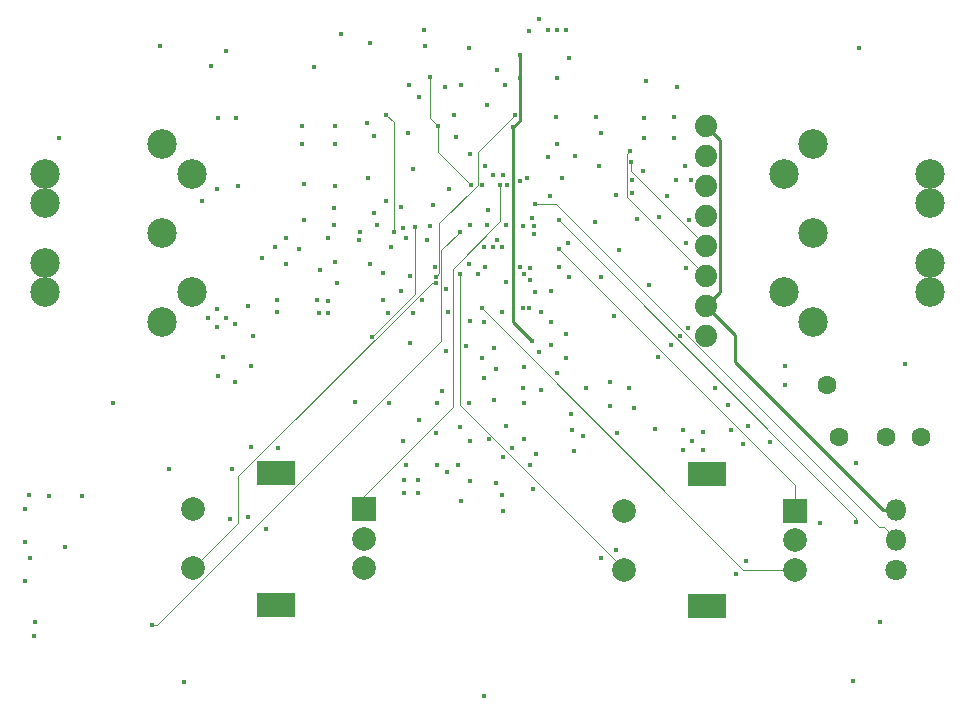
<source format=gbr>
%TF.GenerationSoftware,KiCad,Pcbnew,8.0.4*%
%TF.CreationDate,2024-10-12T17:49:04+01:00*%
%TF.ProjectId,MKRZero_V5.0,4d4b525a-6572-46f5-9f56-352e302e6b69,rev?*%
%TF.SameCoordinates,Original*%
%TF.FileFunction,Copper,L2,Inr*%
%TF.FilePolarity,Positive*%
%FSLAX46Y46*%
G04 Gerber Fmt 4.6, Leading zero omitted, Abs format (unit mm)*
G04 Created by KiCad (PCBNEW 8.0.4) date 2024-10-12 17:49:04*
%MOMM*%
%LPD*%
G01*
G04 APERTURE LIST*
%TA.AperFunction,ComponentPad*%
%ADD10C,1.600000*%
%TD*%
%TA.AperFunction,ComponentPad*%
%ADD11O,1.800000X1.800000*%
%TD*%
%TA.AperFunction,ComponentPad*%
%ADD12C,1.800000*%
%TD*%
%TA.AperFunction,ComponentPad*%
%ADD13C,2.500000*%
%TD*%
%TA.AperFunction,ComponentPad*%
%ADD14C,1.879600*%
%TD*%
%TA.AperFunction,ComponentPad*%
%ADD15R,2.000000X2.000000*%
%TD*%
%TA.AperFunction,ComponentPad*%
%ADD16C,2.000000*%
%TD*%
%TA.AperFunction,ComponentPad*%
%ADD17R,3.200000X2.000000*%
%TD*%
%TA.AperFunction,ViaPad*%
%ADD18C,0.400000*%
%TD*%
%TA.AperFunction,Conductor*%
%ADD19C,0.100000*%
%TD*%
%TA.AperFunction,Conductor*%
%ADD20C,0.250000*%
%TD*%
G04 APERTURE END LIST*
D10*
%TO.N,GND*%
%TO.C,J8*%
X68677000Y-31836000D03*
%TO.N,/PA05_AIN5*%
X69677000Y-36236000D03*
%TO.N,/PA06_AIN6*%
X73677000Y-36236000D03*
%TO.N,unconnected-(J8-Ring2-Pad4)*%
X76677000Y-36236000D03*
%TD*%
D11*
%TO.N,+5V*%
%TO.C,J7*%
X74549000Y-42418000D03*
%TO.N,/PA22_TC4-W0*%
X74549000Y-44958000D03*
D12*
%TO.N,GND*%
X74549000Y-47498000D03*
%TD*%
D13*
%TO.N,unconnected-(JMIDIOUT1-Pad1)*%
%TO.C,JMIDIOUT1*%
X67520000Y-26500000D03*
%TO.N,unconnected-(JMIDIOUT1-Pad2)*%
X67520000Y-19000000D03*
%TO.N,unconnected-(JMIDIOUT1-Pad3)*%
X67520000Y-11500000D03*
%TO.N,Net-(JMIDIOUT1-Pad4)*%
X65020000Y-24000000D03*
%TO.N,Net-(JMIDIOUT1-Pad5)*%
X65020000Y-14000000D03*
%TO.N,N/C*%
X77420000Y-14000000D03*
X77420000Y-16500000D03*
X77420000Y-21500000D03*
X77420000Y-24000000D03*
%TD*%
%TO.N,unconnected-(JMIDIIN1-Pad1)*%
%TO.C,JMIDIIN1*%
X12400000Y-11500000D03*
%TO.N,unconnected-(JMIDIIN1-Pad2)*%
X12400000Y-19000000D03*
%TO.N,unconnected-(JMIDIIN1-Pad3)*%
X12400000Y-26500000D03*
%TO.N,Net-(D4-A)*%
X14900000Y-14000000D03*
%TO.N,Net-(JMIDIIN1-Pad5)*%
X14900000Y-24000000D03*
%TO.N,N/C*%
X2500000Y-24000000D03*
X2500000Y-21500000D03*
X2500000Y-16500000D03*
X2500000Y-14000000D03*
%TD*%
D14*
%TO.N,GND*%
%TO.C,J6*%
X58460000Y-27740000D03*
%TO.N,+5V*%
X58460000Y-25200000D03*
%TO.N,/PA17_S1_SCK*%
X58460000Y-22660000D03*
%TO.N,/PA16_S1_MOSI*%
X58460000Y-20120000D03*
%TO.N,/PA23_TC4-W1*%
X58460000Y-17580000D03*
%TO.N,/PA10_TCC0-W2*%
X58460000Y-15040000D03*
%TO.N,/PA20_TCC0-W6*%
X58460000Y-12500000D03*
%TO.N,+5V*%
X58460000Y-9960000D03*
%TD*%
D15*
%TO.N,/PA21_TCC0-W7*%
%TO.C,SW1*%
X29500000Y-42400000D03*
D16*
%TO.N,/PA04_AIN4*%
X29500000Y-47400000D03*
%TO.N,GND*%
X29500000Y-44900000D03*
D17*
X22000000Y-50500000D03*
X22000000Y-39300000D03*
D16*
%TO.N,/PA11_TCC0-W3*%
X15000000Y-47400000D03*
%TO.N,GND*%
X15000000Y-42400000D03*
%TD*%
D15*
%TO.N,/PB10_TCC0-W4*%
%TO.C,SW2*%
X66000000Y-42500000D03*
D16*
%TO.N,/PA02_AIN0*%
X66000000Y-47500000D03*
%TO.N,GND*%
X66000000Y-45000000D03*
D17*
X58500000Y-50600000D03*
X58500000Y-39400000D03*
D16*
%TO.N,/PB02_AIN10*%
X51500000Y-47500000D03*
%TO.N,GND*%
X51500000Y-42500000D03*
%TD*%
D18*
%TO.N,GND*%
X39624000Y-58166000D03*
X3683000Y-10922000D03*
X71374000Y-3302000D03*
X75311000Y-30099000D03*
X65151000Y-30226000D03*
X65151000Y-31877000D03*
X71120000Y-38481000D03*
X68072000Y-43561000D03*
X73152000Y-51943000D03*
X70866000Y-56896000D03*
X14224000Y-57023000D03*
X34163000Y-34798000D03*
X32766000Y-36576000D03*
X35560000Y-35941000D03*
X41529000Y-35306000D03*
X44450000Y-25654000D03*
X42672000Y-21844000D03*
X43561000Y-22987000D03*
X43561000Y-21971000D03*
X39751000Y-21844000D03*
X41148000Y-20193000D03*
X40386000Y-20193000D03*
X39624000Y-20193000D03*
X41529000Y-18288000D03*
X38481000Y-18288000D03*
X45085000Y-12573000D03*
X45847000Y-11430000D03*
X45720000Y-9144000D03*
X39878000Y-8128000D03*
X33655000Y-13589000D03*
X18288000Y-38989000D03*
X12954000Y-38989000D03*
X8255000Y-33401000D03*
X17018000Y-15240000D03*
X15748000Y-16256000D03*
X18796000Y-14986000D03*
X17145000Y-9271000D03*
X18669000Y-9271000D03*
X12192000Y-3175000D03*
X17780000Y-3556000D03*
X16510000Y-4826000D03*
X27559000Y-2159000D03*
X25273000Y-4953000D03*
X55753000Y-10922000D03*
X53213000Y-10922000D03*
X53213000Y-9271000D03*
X55753000Y-9144000D03*
X56007000Y-6604000D03*
X53340000Y-6096000D03*
X40767000Y-5207000D03*
X38354000Y-3302000D03*
X29972000Y-2921000D03*
X34671000Y-3175000D03*
X34544000Y-1778000D03*
X29845000Y-14351000D03*
X27051000Y-14986000D03*
X24384000Y-14859000D03*
X42926000Y-18415000D03*
X53594000Y-23368000D03*
X50673000Y-26035000D03*
X52324000Y-33782000D03*
X54102000Y-35560000D03*
X50927000Y-35941000D03*
X47244000Y-37465000D03*
X48006000Y-36195000D03*
X58166000Y-37338000D03*
X56515000Y-37338000D03*
X56515000Y-35687000D03*
X58166000Y-35814000D03*
X60579000Y-35687000D03*
X61595000Y-36830000D03*
X63881000Y-36703000D03*
X61976000Y-35306000D03*
X54356000Y-29464000D03*
X55499000Y-28448000D03*
X56261000Y-27686000D03*
X56896000Y-27051000D03*
X49403000Y-13335000D03*
X49149000Y-9144000D03*
X49530000Y-10541000D03*
X44323000Y-889000D03*
X46609000Y-1778000D03*
X45847000Y-1778000D03*
X45085000Y-1778000D03*
X43434000Y-1905000D03*
X46863000Y-4191000D03*
X45847000Y-5842000D03*
%TO.N,+3V3*%
X42672000Y-5842000D03*
%TO.N,GND*%
X41402000Y-6477000D03*
X37719000Y-6477000D03*
X37084000Y-9017000D03*
X36322000Y-6604000D03*
X34163000Y-7493000D03*
X33274000Y-6477000D03*
X41148000Y-41148000D03*
X41275000Y-42545000D03*
X43561000Y-38608000D03*
X42037000Y-37211000D03*
X41275000Y-37973000D03*
X34036000Y-41021000D03*
X34036000Y-39878000D03*
X32893000Y-39878000D03*
X32893000Y-41021000D03*
X38354000Y-33401000D03*
X35687000Y-33401000D03*
X31623000Y-33401000D03*
X28702000Y-33274000D03*
X17780000Y-26162000D03*
X17018000Y-26924000D03*
X16256000Y-26162000D03*
X17018000Y-25400000D03*
X18542000Y-26670000D03*
X17526000Y-29464000D03*
X17145000Y-31115000D03*
X18542000Y-31623000D03*
X19939000Y-30226000D03*
X20066000Y-27686000D03*
X26416000Y-25781000D03*
X25527000Y-24638000D03*
X25654000Y-25781000D03*
X22098000Y-25654000D03*
X22098000Y-24638000D03*
X19685000Y-25146000D03*
X24384000Y-17907000D03*
X26924000Y-16891000D03*
X26924000Y-18288000D03*
X26416000Y-19431000D03*
X29083000Y-19558000D03*
X32766000Y-18542000D03*
X35052000Y-18415000D03*
X36576000Y-25654000D03*
X36449000Y-23749000D03*
X39878000Y-18288000D03*
X31369000Y-16256000D03*
X30353000Y-17272000D03*
X30607000Y-18288000D03*
X29718000Y-9652000D03*
X30353000Y-10795000D03*
X27051000Y-9906000D03*
X27051000Y-11430000D03*
X24257000Y-9906000D03*
X24257000Y-11430000D03*
X31496000Y-25781000D03*
X33655000Y-25781000D03*
X34417000Y-24638000D03*
X33401000Y-22606000D03*
X31115000Y-24638000D03*
X29972000Y-21590000D03*
X25781000Y-22098000D03*
X26416000Y-24765000D03*
X27178000Y-23241000D03*
X27051000Y-21463000D03*
X22860000Y-19431000D03*
X24003000Y-20320000D03*
X20828000Y-21082000D03*
X21971000Y-20193000D03*
X22860000Y-21590000D03*
X5588000Y-41275000D03*
X2794000Y-41275000D03*
X1143000Y-41148000D03*
X1651000Y-51943000D03*
X1524000Y-53086000D03*
X21209000Y-44069000D03*
X19685000Y-43053000D03*
X18161000Y-43180000D03*
X22225000Y-37211000D03*
X19939000Y-37084000D03*
X33020000Y-38608000D03*
X49530000Y-46482000D03*
X50800000Y-45847000D03*
X60960000Y-47879000D03*
X61849000Y-46736000D03*
X43815000Y-40640000D03*
X37719000Y-41656000D03*
X40640000Y-40132000D03*
X38481000Y-40005000D03*
X37465000Y-38608000D03*
X35687000Y-38608000D03*
X40513000Y-33147000D03*
X43053000Y-33401000D03*
X43053000Y-36449000D03*
X44069000Y-37719000D03*
X47117000Y-35687000D03*
X46609000Y-27559000D03*
X46609000Y-29591000D03*
X45847000Y-30861000D03*
X44450000Y-32258000D03*
X43053000Y-30353000D03*
X44323000Y-29083000D03*
X45339000Y-28448000D03*
X45339000Y-26543000D03*
X41529000Y-23114000D03*
X39116000Y-22479000D03*
X47371000Y-12446000D03*
X43307000Y-14351000D03*
X41275000Y-14097000D03*
X38481000Y-12319000D03*
X39751000Y-13335000D03*
X40386000Y-14097000D03*
X33401000Y-28321000D03*
X36449000Y-28956000D03*
X36068000Y-32385000D03*
X37592000Y-35433000D03*
X38481000Y-36576000D03*
X45339000Y-23876000D03*
X42926000Y-32131000D03*
X46990000Y-34290000D03*
X51943000Y-32131000D03*
X48260000Y-32131000D03*
X50292000Y-31623000D03*
X50292000Y-33655000D03*
X59182000Y-32131000D03*
X60325000Y-33528000D03*
X56769000Y-21971000D03*
X56769000Y-19812000D03*
X57023000Y-17907000D03*
X52578000Y-17780000D03*
X54483000Y-17653000D03*
X55118000Y-15875000D03*
X57150000Y-14478000D03*
X56642000Y-13335000D03*
X55880000Y-14478000D03*
X53086000Y-13716000D03*
X52197000Y-14478000D03*
X52197000Y-15621000D03*
X50800000Y-15748000D03*
X46228000Y-14351000D03*
X45212000Y-15875000D03*
X46736000Y-19812000D03*
X49022000Y-18034000D03*
X51054000Y-20447000D03*
X49530000Y-22733000D03*
X46863000Y-22733000D03*
X40513000Y-28702000D03*
X40640000Y-30480000D03*
X39624000Y-31242000D03*
X39497000Y-29591000D03*
X38100000Y-28575000D03*
X38481000Y-26416000D03*
X41148000Y-25654000D03*
X39624000Y-26543000D03*
X38354000Y-21590000D03*
X43053000Y-22479000D03*
X40767000Y-19558000D03*
X31115000Y-22352000D03*
X32639000Y-23876000D03*
X33020000Y-19431000D03*
X31750000Y-20193000D03*
X34798000Y-19558000D03*
X35306000Y-16637000D03*
X36703000Y-15240000D03*
X32639000Y-16764000D03*
%TO.N,/PB03_AIN11*%
X42265700Y-9017000D03*
X35552900Y-22695600D03*
%TO.N,/PA21_TCC0-W7*%
X40990200Y-14935200D03*
%TO.N,/PB02_AIN10*%
X37642700Y-22446300D03*
%TO.N,/PA07_AIN7*%
X40044100Y-36480700D03*
X43966500Y-24016400D03*
%TO.N,/PA11_TCC0-W3*%
X35559900Y-23202000D03*
%TO.N,/PA02_AIN0*%
X39459600Y-25355300D03*
%TO.N,/PA23_TC4-W1*%
X39954200Y-17037600D03*
%TO.N,/PA05_AIN5*%
X42975000Y-25361300D03*
%TO.N,/PA06_AIN6*%
X43487600Y-25363400D03*
%TO.N,/PA10_TCC0-W2*%
X45963300Y-21900000D03*
%TO.N,/PB10_TCC0-W4*%
X45961600Y-20331200D03*
%TO.N,/PB23_S5_RX*%
X30177100Y-27766900D03*
X33788600Y-18531800D03*
%TO.N,/RESETN*%
X31329800Y-8979700D03*
X31986800Y-18940600D03*
%TO.N,/PA22_TC4-W0*%
X43968200Y-16582600D03*
%TO.N,/PA16_S1_MOSI*%
X52070700Y-13025200D03*
%TO.N,/PA17_S1_SCK*%
X51986600Y-12072600D03*
%TO.N,/PA20_TCC0-W6*%
X41572600Y-14947000D03*
%TO.N,/PA15_S2_MISO*%
X821600Y-42327600D03*
X43685300Y-17759700D03*
%TO.N,/PA27_CD*%
X11524200Y-52200000D03*
X37642700Y-18878200D03*
%TO.N,/PA14_S2_NSS*%
X45961100Y-17900000D03*
X820600Y-48497100D03*
X71154500Y-43491500D03*
%TO.N,/PA12_S2_MOSI*%
X1180300Y-46549100D03*
X43874300Y-19048700D03*
%TO.N,/PA13_S2_SCK*%
X817700Y-45200000D03*
X43874200Y-18400000D03*
%TO.N,/PA31_SWDIO*%
X29137900Y-18924800D03*
X35487100Y-21884900D03*
%TO.N,/PA18_USB_ID*%
X33248500Y-10498500D03*
X42678100Y-14588600D03*
%TO.N,/USB_N*%
X37311900Y-10852900D03*
X39505000Y-14946400D03*
%TO.N,/USB_P*%
X35739100Y-9970000D03*
X35051100Y-5766400D03*
X38555600Y-14934700D03*
%TO.N,+3V3*%
X57213900Y-36648400D03*
X42121200Y-10064600D03*
X43712600Y-28145200D03*
X42706900Y-3918700D03*
X36475000Y-39230500D03*
X4148900Y-45562600D03*
%TD*%
D19*
%TO.N,/PA22_TC4-W0*%
X73073100Y-43906300D02*
X73497300Y-43906300D01*
X73497300Y-43906300D02*
X74549000Y-44958000D01*
D20*
%TO.N,+3V3*%
X42706900Y-5807100D02*
X42706900Y-3918700D01*
X42672000Y-5842000D02*
X42706900Y-5807100D01*
X42706900Y-5876900D02*
X42672000Y-5842000D01*
D19*
%TO.N,/PB03_AIN11*%
X35838800Y-22409700D02*
X35552900Y-22695600D01*
X35838800Y-18169600D02*
X35838800Y-22409700D01*
X39100700Y-14907700D02*
X35838800Y-18169600D01*
X39100700Y-12182000D02*
X39100700Y-14907700D01*
X42265700Y-9017000D02*
X39100700Y-12182000D01*
%TO.N,/PA21_TCC0-W7*%
X29500000Y-42400000D02*
X29500000Y-41248300D01*
X36989800Y-33758500D02*
X29500000Y-41248300D01*
X36989800Y-22016300D02*
X36989800Y-33758500D01*
X40990200Y-18015900D02*
X36989800Y-22016300D01*
X40990200Y-14935200D02*
X40990200Y-18015900D01*
%TO.N,/PB02_AIN10*%
X37642700Y-33581900D02*
X37642700Y-22446300D01*
X51500000Y-47439200D02*
X37642700Y-33581900D01*
X51500000Y-47500000D02*
X51500000Y-47439200D01*
%TO.N,/PA11_TCC0-W3*%
X35248700Y-23202000D02*
X35559900Y-23202000D01*
X18849800Y-39600900D02*
X35248700Y-23202000D01*
X18849800Y-43550200D02*
X18849800Y-39600900D01*
X15000000Y-47400000D02*
X18849800Y-43550200D01*
%TO.N,/PA02_AIN0*%
X61604300Y-47500000D02*
X39459600Y-25355300D01*
X66000000Y-47500000D02*
X61604300Y-47500000D01*
%TO.N,/PB10_TCC0-W4*%
X66000000Y-40369600D02*
X45961600Y-20331200D01*
X66000000Y-42500000D02*
X66000000Y-40369600D01*
%TO.N,/PB23_S5_RX*%
X33788600Y-24155400D02*
X30177100Y-27766900D01*
X33788600Y-18531800D02*
X33788600Y-24155400D01*
%TO.N,/RESETN*%
X31986800Y-9636700D02*
X31329800Y-8979700D01*
X31986800Y-18940600D02*
X31986800Y-9636700D01*
%TO.N,/PA22_TC4-W0*%
X45749400Y-16582600D02*
X43968200Y-16582600D01*
X73073100Y-43906300D02*
X45749400Y-16582600D01*
%TO.N,/PA16_S1_MOSI*%
X52070700Y-13730700D02*
X52070700Y-13025200D01*
X58460000Y-20120000D02*
X52070700Y-13730700D01*
%TO.N,/PA17_S1_SCK*%
X51718900Y-12340300D02*
X51986600Y-12072600D01*
X51718900Y-15918900D02*
X51718900Y-12340300D01*
X58460000Y-22660000D02*
X51718900Y-15918900D01*
%TO.N,/PA27_CD*%
X36040500Y-20480400D02*
X37642700Y-18878200D01*
X36040500Y-28147800D02*
X36040500Y-20480400D01*
X11988300Y-52200000D02*
X36040500Y-28147800D01*
X11524200Y-52200000D02*
X11988300Y-52200000D01*
%TO.N,/PA14_S2_NSS*%
X71154500Y-43093400D02*
X45961100Y-17900000D01*
X71154500Y-43491500D02*
X71154500Y-43093400D01*
%TO.N,/USB_P*%
X35051100Y-9282000D02*
X35739100Y-9970000D01*
X35051100Y-5766400D02*
X35051100Y-9282000D01*
X35739100Y-12118200D02*
X38555600Y-14934700D01*
X35739100Y-9970000D02*
X35739100Y-12118200D01*
D20*
%TO.N,+3V3*%
X42706900Y-9478900D02*
X42706900Y-5876900D01*
X42121200Y-10064600D02*
X42706900Y-9478900D01*
X42121200Y-26553800D02*
X43712600Y-28145200D01*
X42121200Y-10064600D02*
X42121200Y-26553800D01*
%TO.N,+5V*%
X59663100Y-23996900D02*
X58460000Y-25200000D01*
X59663100Y-11163100D02*
X59663100Y-23996900D01*
X58460000Y-9960000D02*
X59663100Y-11163100D01*
X74549000Y-42418000D02*
X73422300Y-42418000D01*
X60896200Y-29891900D02*
X73422300Y-42418000D01*
X60896200Y-27636200D02*
X60896200Y-29891900D01*
X58460000Y-25200000D02*
X60896200Y-27636200D01*
%TD*%
M02*

</source>
